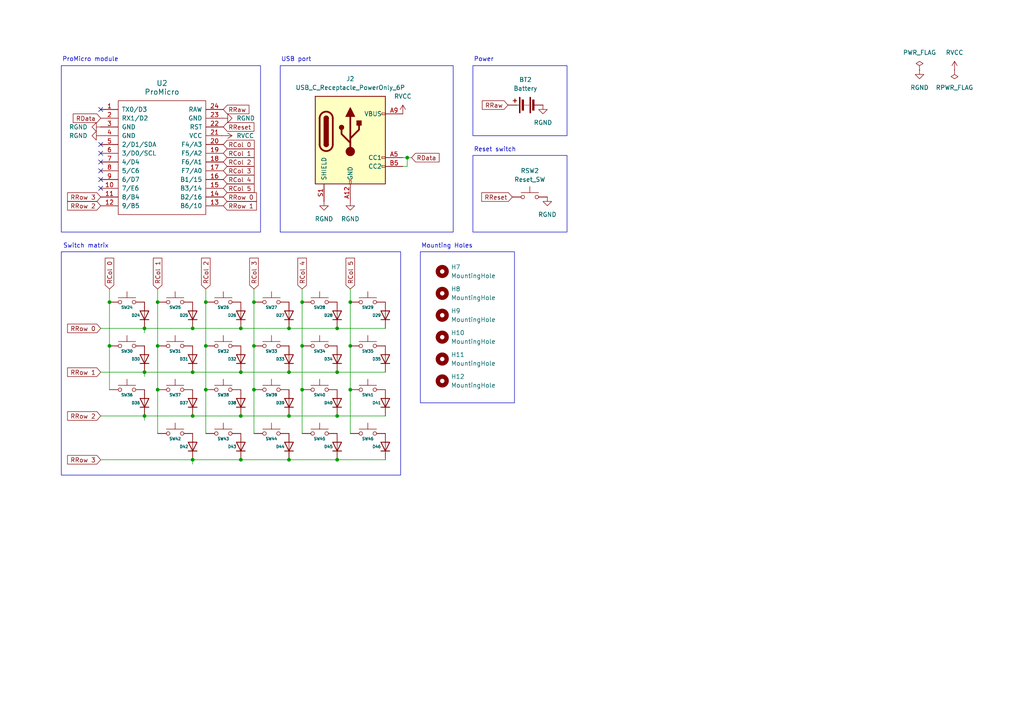
<source format=kicad_sch>
(kicad_sch (version 20231120) (generator "eeschema") (generator_version "8.0")
  (paper "A4")
  (lib_symbols
    (symbol "Connector:USB_C_Receptacle_PowerOnly_6P" (pin_names (offset 1.016))
      (property "Reference" "J" (at 0 16.51 0))
      (property "Value" "USB_C_Receptacle_PowerOnly_6P" (at 0 13.97 0))
      (symbol "USB_C_Receptacle_PowerOnly_6P_0_0"
        (rectangle (start -0.254 -12.7) (end 0.254 -11.684))
        (rectangle (start 10.16 -7.366) (end 9.144 -7.874))
        (rectangle (start 10.16 -4.826) (end 9.144 -5.334))
        (rectangle (start 10.16 7.874) (end 9.144 7.366))
      )
      (symbol "USB_C_Receptacle_PowerOnly_6P_0_1"
        (rectangle (start -10.16 12.7) (end 10.16 -12.7) (stroke (width 0.254)) (fill (type background)))
        (arc (start -8.89 -1.27) (mid -6.985 -3.1667) (end -5.08 -1.27) (stroke (width 0.508)))
        (arc (start -7.62 -1.27) (mid -6.985 -1.9023) (end -6.35 -1.27) (stroke (width 0.254)))
        (arc (start -7.62 -1.27) (mid -6.985 -1.9023) (end -6.35 -1.27) (stroke (width 0.254)) (fill (type outline)))
        (rectangle (start -7.62 -1.27) (end -6.35 6.35) (stroke (width 0.254)) (fill (type outline)))
        (arc (start -6.35 6.35) (mid -6.985 6.9823) (end -7.62 6.35) (stroke (width 0.254)))
        (arc (start -6.35 6.35) (mid -6.985 6.9823) (end -7.62 6.35) (stroke (width 0.254)) (fill (type outline)))
        (arc (start -5.08 6.35) (mid -6.985 8.2467) (end -8.89 6.35) (stroke (width 0.508)))
        (circle (center -2.54 3.683) (radius 0.635) (stroke (width 0.254)) (fill (type outline)))
        (circle (center 0 -3.302) (radius 1.27) (fill (type outline)))
        (polyline (pts (xy -8.89 -1.27) (xy -8.89 6.35)) (stroke (width 0.508)))
        (polyline (pts (xy -5.08 6.35) (xy -5.08 -1.27)) (stroke (width 0.508)))
        (polyline (pts (xy 0 -3.302) (xy 0 6.858)) (stroke (width 0.508)))
        (polyline (pts (xy 0 -0.762) (xy -2.54 1.778) (xy -2.54 3.048)) (stroke (width 0.508)))
        (polyline (pts (xy 0 0.508) (xy 2.54 3.048) (xy 2.54 4.318)) (stroke (width 0.508)))
        (polyline (pts (xy -1.27 6.858) (xy 0 9.398) (xy 1.27 6.858) (xy -1.27 6.858)) (stroke (width 0.254)) (fill (type outline)))
        (rectangle (start 1.905 4.318) (end 3.175 5.588) (stroke (width 0.254)) (fill (type outline)))
      )
      (symbol "USB_C_Receptacle_PowerOnly_6P_1_1"
        (pin passive line (at 0 -17.78 90) (length 5.08) (name "GND") (number "A12"))
        (pin bidirectional line (at 15.24 -5.08 180) (length 5.08) (name "CC1") (number "A5"))
        (pin passive line (at 15.24 7.62 180) (length 5.08) (name "VBUS") (number "A9"))
        (pin passive line (at 0 -17.78 90) (length 5.08) hide (name "GND") (number "B12"))
        (pin bidirectional line (at 15.24 -7.62 180) (length 5.08) (name "CC2") (number "B5"))
        (pin passive line (at 15.24 7.62 180) (length 5.08) hide (name "VBUS") (number "B9"))
        (pin passive line (at -7.62 -17.78 90) (length 5.08) (name "SHIELD") (number "S1"))
      )
    )
    (symbol "Device:Battery" (pin_numbers hide) (pin_names (offset 0) hide)
      (property "Reference" "BT" (at 2.54 2.54 0))
      (property "Value" "Battery" (at 2.54 0 0))
      (symbol "Battery_0_1"
        (rectangle (start -2.286 -1.27) (end 2.286 -1.524) (fill (type outline)))
        (rectangle (start -2.286 1.778) (end 2.286 1.524) (fill (type outline)))
        (rectangle (start -1.524 -2.032) (end 1.524 -2.54) (fill (type outline)))
        (rectangle (start -1.524 1.016) (end 1.524 0.508) (fill (type outline)))
        (polyline (pts (xy 0 -1.016) (xy 0 -0.762)))
        (polyline (pts (xy 0 -0.508) (xy 0 -0.254)))
        (polyline (pts (xy 0 0) (xy 0 0.254)))
        (polyline (pts (xy 0 1.778) (xy 0 2.54)))
        (polyline (pts (xy 0.762 3.048) (xy 1.778 3.048)) (stroke (width 0.254)))
        (polyline (pts (xy 1.27 3.556) (xy 1.27 2.54)) (stroke (width 0.254)))
      )
      (symbol "Battery_1_1"
        (pin passive line (at 0 5.08 270) (length 2.54) (name "+") (number "1"))
        (pin passive line (at 0 -5.08 90) (length 2.54) (name "-") (number "2"))
      )
    )
    (symbol "Device:D" (pin_numbers hide) (pin_names (offset 1.016) hide)
      (property "Reference" "D" (at 0 2.54 0))
      (property "Value" "D" (at 0 -2.54 0))
      (symbol "D_0_1"
        (polyline (pts (xy -1.27 1.27) (xy -1.27 -1.27)) (stroke (width 0.254)))
        (polyline (pts (xy 1.27 0) (xy -1.27 0)))
        (polyline (pts (xy 1.27 1.27) (xy 1.27 -1.27) (xy -1.27 0) (xy 1.27 1.27)) (stroke (width 0.254)))
      )
      (symbol "D_1_1"
        (pin passive line (at -3.81 0 0) (length 2.54) (name "K") (number "1"))
        (pin passive line (at 3.81 0 180) (length 2.54) (name "A") (number "2"))
      )
    )
    (symbol "Mechanical:MountingHole" (pin_names (offset 1.016)) (exclude_from_sim yes) (in_bom no)
      (property "Reference" "H" (at 0 5.08 0))
      (property "Value" "MountingHole" (at 0 3.175 0))
      (symbol "MountingHole_0_1"
        (circle (center 0 0) (radius 1.27) (stroke (width 1.27)))
      )
    )
    (symbol "Switch:SW_Push" (pin_numbers hide) (pin_names (offset 1.016) hide)
      (property "Reference" "SW" (at 1.27 2.54 0))
      (property "Value" "SW_Push" (at 0 -1.524 0))
      (symbol "SW_Push_0_1"
        (circle (center -2.032 0) (radius 0.508))
        (polyline (pts (xy 0 1.27) (xy 0 3.048)))
        (polyline (pts (xy 2.54 1.27) (xy -2.54 1.27)))
        (circle (center 2.032 0) (radius 0.508))
        (pin passive line (at -5.08 0 0) (length 2.54) (name "1") (number "1"))
        (pin passive line (at 5.08 0 180) (length 2.54) (name "2") (number "2"))
      )
    )
    (symbol "kbd:ProMicro" (pin_names (offset 1.016))
      (property "Reference" "U" (at 0 19.05 0))
      (property "Value" "ProMicro" (at 0 -19.05 0))
      (symbol "ProMicro_0_1"
        (rectangle (start -12.7 16.51) (end 12.7 -16.51))
      )
      (symbol "ProMicro_1_1"
        (pin bidirectional line (at -17.78 13.97 0) (length 5.08) (name "TX0/D3") (number "1"))
        (pin bidirectional line (at -17.78 -8.89 0) (length 5.08) (name "7/E6") (number "10"))
        (pin bidirectional line (at -17.78 -11.43 0) (length 5.08) (name "8/B4") (number "11"))
        (pin bidirectional line (at -17.78 -13.97 0) (length 5.08) (name "9/B5") (number "12"))
        (pin bidirectional line (at 17.78 -13.97 180) (length 5.08) (name "B6/10") (number "13"))
        (pin bidirectional line (at 17.78 -11.43 180) (length 5.08) (name "B2/16") (number "14"))
        (pin bidirectional line (at 17.78 -8.89 180) (length 5.08) (name "B3/14") (number "15"))
        (pin bidirectional line (at 17.78 -6.35 180) (length 5.08) (name "B1/15") (number "16"))
        (pin bidirectional line (at 17.78 -3.81 180) (length 5.08) (name "F7/A0") (number "17"))
        (pin bidirectional line (at 17.78 -1.27 180) (length 5.08) (name "F6/A1") (number "18"))
        (pin bidirectional line (at 17.78 1.27 180) (length 5.08) (name "F5/A2") (number "19"))
        (pin bidirectional line (at -17.78 11.43 0) (length 5.08) (name "RX1/D2") (number "2"))
        (pin bidirectional line (at 17.78 3.81 180) (length 5.08) (name "F4/A3") (number "20"))
        (pin power_in line (at 17.78 6.35 180) (length 5.08) (name "VCC") (number "21"))
        (pin input line (at 17.78 8.89 180) (length 5.08) (name "RST") (number "22"))
        (pin power_in line (at 17.78 11.43 180) (length 5.08) (name "GND") (number "23"))
        (pin power_out line (at 17.78 13.97 180) (length 5.08) (name "RAW") (number "24"))
        (pin power_in line (at -17.78 8.89 0) (length 5.08) (name "GND") (number "3"))
        (pin power_in line (at -17.78 6.35 0) (length 5.08) (name "GND") (number "4"))
        (pin bidirectional line (at -17.78 3.81 0) (length 5.08) (name "2/D1/SDA") (number "5"))
        (pin bidirectional line (at -17.78 1.27 0) (length 5.08) (name "3/D0/SCL") (number "6"))
        (pin bidirectional line (at -17.78 -1.27 0) (length 5.08) (name "4/D4") (number "7"))
        (pin bidirectional line (at -17.78 -3.81 0) (length 5.08) (name "5/C6") (number "8"))
        (pin bidirectional line (at -17.78 -6.35 0) (length 5.08) (name "6/D7") (number "9"))
      )
    )
    (symbol "power:GND" (power) (pin_numbers hide) (pin_names (offset 0) hide)
      (property "Value" "GND" (at 0 -3.81 0))
      (symbol "GND_0_1"
        (polyline (pts (xy 0 0) (xy 0 -1.27) (xy 1.27 -1.27) (xy 0 -2.54) (xy -1.27 -1.27) (xy 0 -1.27)))
      )
      (symbol "GND_1_1"
        (pin power_in line (at 0 0 270) (length 0) (name "~") (number "1"))
      )
    )
    (symbol "power:PWR_FLAG" (power) (pin_numbers hide) (pin_names (offset 0) hide)
      (property "Value" "PWR_FLAG" (at 0 3.81 0))
      (symbol "PWR_FLAG_0_0"
        (pin power_out line (at 0 0 90) (length 0) (name "~") (number "1"))
      )
      (symbol "PWR_FLAG_0_1"
        (polyline (pts (xy 0 0) (xy 0 1.27) (xy -1.016 1.905) (xy 0 2.54) (xy 1.016 1.905) (xy 0 1.27)))
      )
    )
    (symbol "power:VCC" (power) (pin_numbers hide) (pin_names (offset 0) hide)
      (property "Value" "VCC" (at 0 3.556 0))
      (symbol "VCC_0_1"
        (polyline (pts (xy -0.762 1.27) (xy 0 2.54)))
        (polyline (pts (xy 0 0) (xy 0 2.54)))
        (polyline (pts (xy 0 2.54) (xy 0.762 1.27)))
      )
      (symbol "VCC_1_1"
        (pin power_in line (at 0 0 90) (length 0) (name "~") (number "1"))
      )
    )
  )
  (junction (at 83.82 95.25))
  (junction (at 101.6 100.33))
  (junction (at 45.72 87.63))
  (junction (at 83.82 120.65))
  (junction (at 73.66 100.33))
  (junction (at 55.88 120.65))
  (junction (at 31.75 100.33))
  (junction (at 69.85 107.95))
  (junction (at 97.79 107.95))
  (junction (at 97.79 120.65))
  (junction (at 31.75 87.63))
  (junction (at 59.69 87.63))
  (junction (at 45.72 113.03))
  (junction (at 101.6 113.03))
  (junction (at 55.88 107.95))
  (junction (at 55.88 95.25))
  (junction (at 41.91 95.25))
  (junction (at 59.69 100.33))
  (junction (at 73.66 87.63))
  (junction (at 41.91 120.65))
  (junction (at 69.85 133.35))
  (junction (at 55.88 133.35))
  (junction (at 73.66 113.03))
  (junction (at 45.72 100.33))
  (junction (at 97.79 133.35))
  (junction (at 83.82 133.35))
  (junction (at 83.82 107.95))
  (junction (at 69.85 95.25))
  (junction (at 87.63 113.03))
  (junction (at 41.91 107.95))
  (junction (at 118.11 45.72))
  (junction (at 87.63 100.33))
  (junction (at 97.79 95.25))
  (junction (at 69.85 120.65))
  (junction (at 59.69 113.03))
  (junction (at 101.6 87.63))
  (junction (at 87.63 87.63))
  (no_connect (at 29.21 52.07))
  (no_connect (at 29.21 31.75))
  (no_connect (at 29.21 41.91))
  (no_connect (at 29.21 54.61))
  (no_connect (at 29.21 44.45))
  (no_connect (at 29.21 46.99))
  (no_connect (at 29.21 49.53))
  (wire (pts (xy 31.75 83.82) (xy 31.75 87.63)))
  (wire (pts (xy 59.69 83.82) (xy 59.69 87.63)))
  (wire (pts (xy 55.88 133.35) (xy 55.88 134.62)))
  (wire (pts (xy 97.79 120.65) (xy 111.76 120.65)))
  (wire (pts (xy 55.88 95.25) (xy 69.85 95.25)))
  (wire (pts (xy 55.88 120.65) (xy 69.85 120.65)))
  (wire (pts (xy 41.91 95.25) (xy 41.91 96.52)))
  (wire (pts (xy 45.72 87.63) (xy 45.72 100.33)))
  (wire (pts (xy 87.63 83.82) (xy 87.63 87.63)))
  (wire (pts (xy 41.91 107.95) (xy 55.88 107.95)))
  (wire (pts (xy 101.6 113.03) (xy 101.6 125.73)))
  (wire (pts (xy 101.6 83.82) (xy 101.6 87.63)))
  (wire (pts (xy 29.21 95.25) (xy 41.91 95.25)))
  (wire (pts (xy 83.82 107.95) (xy 97.79 107.95)))
  (wire (pts (xy 59.69 87.63) (xy 59.69 100.33)))
  (wire (pts (xy 118.11 45.72) (xy 118.11 48.26)))
  (wire (pts (xy 69.85 120.65) (xy 83.82 120.65)))
  (wire (pts (xy 41.91 120.65) (xy 55.88 120.65)))
  (wire (pts (xy 69.85 95.25) (xy 83.82 95.25)))
  (wire (pts (xy 97.79 95.25) (xy 111.76 95.25)))
  (wire (pts (xy 97.79 107.95) (xy 111.76 107.95)))
  (wire (pts (xy 101.6 100.33) (xy 101.6 113.03)))
  (wire (pts (xy 55.88 133.35) (xy 69.85 133.35)))
  (wire (pts (xy 101.6 87.63) (xy 101.6 100.33)))
  (wire (pts (xy 29.21 133.35) (xy 55.88 133.35)))
  (wire (pts (xy 69.85 133.35) (xy 83.82 133.35)))
  (wire (pts (xy 55.88 107.95) (xy 69.85 107.95)))
  (wire (pts (xy 45.72 100.33) (xy 45.72 113.03)))
  (wire (pts (xy 41.91 120.65) (xy 41.91 121.92)))
  (wire (pts (xy 69.85 107.95) (xy 83.82 107.95)))
  (wire (pts (xy 73.66 83.82) (xy 73.66 87.63)))
  (wire (pts (xy 45.72 83.82) (xy 45.72 87.63)))
  (wire (pts (xy 41.91 107.95) (xy 41.91 109.22)))
  (wire (pts (xy 41.91 95.25) (xy 55.88 95.25)))
  (wire (pts (xy 31.75 87.63) (xy 31.75 100.33)))
  (wire (pts (xy 83.82 95.25) (xy 97.79 95.25)))
  (wire (pts (xy 118.11 45.72) (xy 119.38 45.72)))
  (wire (pts (xy 116.84 48.26) (xy 118.11 48.26)))
  (wire (pts (xy 87.63 87.63) (xy 87.63 100.33)))
  (wire (pts (xy 73.66 113.03) (xy 73.66 125.73)))
  (wire (pts (xy 87.63 100.33) (xy 87.63 113.03)))
  (wire (pts (xy 59.69 113.03) (xy 59.69 125.73)))
  (wire (pts (xy 83.82 120.65) (xy 97.79 120.65)))
  (wire (pts (xy 97.79 133.35) (xy 111.76 133.35)))
  (wire (pts (xy 73.66 87.63) (xy 73.66 100.33)))
  (wire (pts (xy 31.75 100.33) (xy 31.75 113.03)))
  (wire (pts (xy 87.63 113.03) (xy 87.63 125.73)))
  (wire (pts (xy 45.72 113.03) (xy 45.72 125.73)))
  (wire (pts (xy 116.84 45.72) (xy 118.11 45.72)))
  (wire (pts (xy 83.82 133.35) (xy 97.79 133.35)))
  (wire (pts (xy 59.69 100.33) (xy 59.69 113.03)))
  (wire (pts (xy 29.21 107.95) (xy 41.91 107.95)))
  (wire (pts (xy 73.66 100.33) (xy 73.66 113.03)))
  (wire (pts (xy 29.21 120.65) (xy 41.91 120.65)))
  (rectangle (start 17.78 19.05) (end 75.565 67.31))
  (rectangle (start 137.16 19.05) (end 164.465 39.37))
  (rectangle (start 81.28 19.05) (end 131.445 67.31))
  (rectangle (start 137.16 45.085) (end 164.465 67.31))
  (rectangle (start 121.92 73.025) (end 149.225 116.84))
  (rectangle (start 17.78 73.025) (end 116.205 137.795))
  (text "Switch matrix" (at 18.288 72.136 0) (effects (font (size 1.27 1.27)) (justify left bottom)))
  (text "Mounting Holes" (at 122.174 72.136 0) (effects (font (size 1.27 1.27)) (justify left bottom)))
  (text "USB port" (at 81.534 18.034 0) (effects (font (size 1.27 1.27)) (justify left bottom)))
  (text "Power" (at 137.414 18.034 0) (effects (font (size 1.27 1.27)) (justify left bottom)))
  (text "ProMicro module" (at 18.034 18.034 0) (effects (font (size 1.27 1.27)) (justify left bottom)))
  (text "Reset switch" (at 137.414 44.196 0) (effects (font (size 1.27 1.27)) (justify left bottom)))
  (global_label "RData" (shape input) (at 119.38 45.72 0) (property "Intersheetrefs" "${INTERSHEET_REFS}" (effects (hide yes))))
  (global_label "RCol 0" (shape input) (at 64.77 41.91 0) (property "Intersheetrefs" "${INTERSHEET_REFS}" (effects (hide yes))))
  (global_label "RCol 1" (shape input) (at 64.77 44.45 0) (property "Intersheetrefs" "${INTERSHEET_REFS}" (effects (hide yes))))
  (global_label "RReset" (shape input) (at 148.59 57.15 180) (property "Intersheetrefs" "${INTERSHEET_REFS}" (effects (hide yes))))
  (global_label "RCol 2" (shape input) (at 64.77 46.99 0) (property "Intersheetrefs" "${INTERSHEET_REFS}" (effects (hide yes))))
  (global_label "RReset" (shape input) (at 64.77 36.83 0) (property "Intersheetrefs" "${INTERSHEET_REFS}" (effects (hide yes))))
  (global_label "RRow 3" (shape input) (at 29.21 57.15 180) (property "Intersheetrefs" "${INTERSHEET_REFS}" (effects (hide yes))))
  (global_label "RRow 0" (shape input) (at 29.21 95.25 180) (property "Intersheetrefs" "${INTERSHEET_REFS}" (effects (hide yes))))
  (global_label "RRaw" (shape input) (at 147.32 30.48 180) (property "Intersheetrefs" "${INTERSHEET_REFS}" (effects (hide yes))))
  (global_label "RCol 5" (shape input) (at 101.6 83.82 90) (property "Intersheetrefs" "${INTERSHEET_REFS}" (effects (hide yes))))
  (global_label "RCol 2" (shape input) (at 59.69 83.82 90) (property "Intersheetrefs" "${INTERSHEET_REFS}" (effects (hide yes))))
  (global_label "RData" (shape input) (at 29.21 34.29 180) (property "Intersheetrefs" "${INTERSHEET_REFS}" (effects (hide yes))))
  (global_label "RRow 2" (shape input) (at 29.21 120.65 180) (property "Intersheetrefs" "${INTERSHEET_REFS}" (effects (hide yes))))
  (global_label "RCol 1" (shape input) (at 45.72 83.82 90) (property "Intersheetrefs" "${INTERSHEET_REFS}" (effects (hide yes))))
  (global_label "RCol 3" (shape input) (at 73.66 83.82 90) (property "Intersheetrefs" "${INTERSHEET_REFS}" (effects (hide yes))))
  (global_label "RCol 3" (shape input) (at 64.77 49.53 0) (property "Intersheetrefs" "${INTERSHEET_REFS}" (effects (hide yes))))
  (global_label "RRow 3" (shape input) (at 29.21 133.35 180) (property "Intersheetrefs" "${INTERSHEET_REFS}" (effects (hide yes))))
  (global_label "RRow 1" (shape input) (at 29.21 107.95 180) (property "Intersheetrefs" "${INTERSHEET_REFS}" (effects (hide yes))))
  (global_label "RCol 4" (shape input) (at 64.77 52.07 0) (property "Intersheetrefs" "${INTERSHEET_REFS}" (effects (hide yes))))
  (global_label "RRow 1" (shape input) (at 64.77 59.69 0) (property "Intersheetrefs" "${INTERSHEET_REFS}" (effects (hide yes))))
  (global_label "RCol 5" (shape input) (at 64.77 54.61 0) (property "Intersheetrefs" "${INTERSHEET_REFS}" (effects (hide yes))))
  (global_label "RCol 4" (shape input) (at 87.63 83.82 90) (property "Intersheetrefs" "${INTERSHEET_REFS}" (effects (hide yes))))
  (global_label "RRaw" (shape input) (at 64.77 31.75 0) (property "Intersheetrefs" "${INTERSHEET_REFS}" (effects (hide yes))))
  (global_label "RRow 2" (shape input) (at 29.21 59.69 180) (property "Intersheetrefs" "${INTERSHEET_REFS}" (effects (hide yes))))
  (global_label "RCol 0" (shape input) (at 31.75 83.82 90) (property "Intersheetrefs" "${INTERSHEET_REFS}" (effects (hide yes))))
  (global_label "RRow 0" (shape input) (at 64.77 57.15 0) (property "Intersheetrefs" "${INTERSHEET_REFS}" (effects (hide yes))))
  (symbol (lib_id "Switch:SW_Push") (at 64.77 125.73 0) (unit 1)
    (property "Reference" "SW43" (at 64.77 127.254 0) (effects (font (size 0.8128 0.8128))))
    (property "Value" "SW_Push" (effects (hide yes)))
    (property "Footprint" "axseem:SW_MX_Choc-v1v2_Hotswap" (effects (hide yes)))
    (property "Description" "Push button switch, generic, two pins" (effects (hide yes)))
  )
  (symbol (lib_id "Connector:USB_C_Receptacle_PowerOnly_6P") (at 101.6 40.64 0) (unit 1)
    (property "Reference" "J2" (at 101.6 22.86 0))
    (property "Value" "USB_C_Receptacle_PowerOnly_6P" (at 101.6 25.4 0))
    (property "Footprint" "axseem:USB-C_6Pin_Mid-mount" (effects (hide yes)))
    (property "Datasheet" "https://www.usb.org/sites/default/files/documents/usb_type-c.zip" (effects (hide yes)))
    (property "Description" "USB Power-Only 6P Type-C Receptacle connector" (effects (hide yes)))
  )
  (symbol (lib_id "Switch:SW_Push") (at 36.83 87.63 0) (unit 1)
    (property "Reference" "SW24" (at 36.83 89.154 0) (effects (font (size 0.8128 0.8128))))
    (property "Value" "SW_Push" (effects (hide yes)))
    (property "Footprint" "axseem:SW_MX_Choc-v1v2_Hotswap" (effects (hide yes)))
    (property "Description" "Push button switch, generic, two pins" (effects (hide yes)))
  )
  (symbol (lib_id "Switch:SW_Push") (at 36.83 100.33 0) (unit 1)
    (property "Reference" "SW30" (at 36.83 101.854 0) (effects (font (size 0.8128 0.8128))))
    (property "Value" "SW_Push" (effects (hide yes)))
    (property "Footprint" "axseem:SW_MX_Choc-v1v2_Hotswap" (effects (hide yes)))
    (property "Description" "Push button switch, generic, two pins" (effects (hide yes)))
  )
  (symbol (lib_id "Mechanical:MountingHole") (at 128.27 104.14 0) (unit 1) (exclude_from_sim yes) (in_bom no)
    (property "Reference" "H11" (at 130.81 102.8699 0) (effects (justify left)))
    (property "Value" "MountingHole" (at 130.81 105.4099 0) (effects (justify left)))
    (property "Footprint" "MountingHole:MountingHole_2.2mm_M2" (effects (hide yes)))
    (property "Description" "Mounting Hole without connection" (effects (hide yes)))
  )
  (symbol (lib_id "Switch:SW_Push") (at 64.77 87.63 0) (unit 1)
    (property "Reference" "SW26" (at 64.77 89.154 0) (effects (font (size 0.8128 0.8128))))
    (property "Value" "SW_Push" (effects (hide yes)))
    (property "Footprint" "axseem:SW_MX_Choc-v1v2_Hotswap" (effects (hide yes)))
    (property "Description" "Push button switch, generic, two pins" (effects (hide yes)))
  )
  (symbol (lib_id "power:VCC") (at 64.77 39.37 270) (unit 1)
    (property "Reference" "#PWR019" (effects (hide yes)))
    (property "Value" "RVCC" (at 68.58 39.3699 90) (effects (justify left)))
    (property "Description" "Power symbol creates a global label with name \"VCC\"" (effects (hide yes)))
  )
  (symbol (lib_id "Device:D") (at 97.79 129.54 90) (unit 1)
    (property "Reference" "D45" (at 96.52 129.54 90) (effects (font (size 0.8128 0.8128)) (justify left)))
    (property "Value" "D" (effects (hide yes)))
    (property "Footprint" "axseem:D_SOD-123_Handsoldering" (effects (hide yes)))
    (property "Description" "Diode" (effects (hide yes)))
    (property "Sim.Device" "D" (effects (hide yes)))
    (property "Sim.Pins" "1=K 2=A" (effects (hide yes)))
  )
  (symbol (lib_id "Switch:SW_Push") (at 78.74 113.03 0) (unit 1)
    (property "Reference" "SW39" (at 78.74 114.554 0) (effects (font (size 0.8128 0.8128))))
    (property "Value" "SW_Push" (effects (hide yes)))
    (property "Footprint" "axseem:SW_MX_Choc-v1v2_Hotswap" (effects (hide yes)))
    (property "Description" "Push button switch, generic, two pins" (effects (hide yes)))
  )
  (symbol (lib_id "Switch:SW_Push") (at 92.71 100.33 0) (unit 1)
    (property "Reference" "SW34" (at 92.71 101.854 0) (effects (font (size 0.8128 0.8128))))
    (property "Value" "SW_Push" (effects (hide yes)))
    (property "Footprint" "axseem:SW_MX_Choc-v1v2_Hotswap" (effects (hide yes)))
    (property "Description" "Push button switch, generic, two pins" (effects (hide yes)))
  )
  (symbol (lib_id "Device:D") (at 55.88 104.14 90) (unit 1)
    (property "Reference" "D31" (at 54.61 104.14 90) (effects (font (size 0.8128 0.8128)) (justify left)))
    (property "Value" "D" (effects (hide yes)))
    (property "Footprint" "axseem:D_SOD-123_Handsoldering" (effects (hide yes)))
    (property "Description" "Diode" (effects (hide yes)))
    (property "Sim.Device" "D" (effects (hide yes)))
    (property "Sim.Pins" "1=K 2=A" (effects (hide yes)))
  )
  (symbol (lib_id "Switch:SW_Push") (at 78.74 125.73 0) (unit 1)
    (property "Reference" "SW44" (at 78.74 127.254 0) (effects (font (size 0.8128 0.8128))))
    (property "Value" "SW_Push" (effects (hide yes)))
    (property "Footprint" "axseem:SW_MX_Choc-v1v2_Hotswap" (effects (hide yes)))
    (property "Description" "Push button switch, generic, two pins" (effects (hide yes)))
  )
  (symbol (lib_id "Switch:SW_Push") (at 78.74 100.33 0) (unit 1)
    (property "Reference" "SW33" (at 78.74 101.854 0) (effects (font (size 0.8128 0.8128))))
    (property "Value" "SW_Push" (effects (hide yes)))
    (property "Footprint" "axseem:SW_MX_Choc-v1v2_Hotswap" (effects (hide yes)))
    (property "Description" "Push button switch, generic, two pins" (effects (hide yes)))
  )
  (symbol (lib_id "Device:D") (at 41.91 91.44 90) (unit 1)
    (property "Reference" "D24" (at 40.64 91.44 90) (effects (font (size 0.8128 0.8128)) (justify left)))
    (property "Value" "D" (effects (hide yes)))
    (property "Footprint" "axseem:D_SOD-123_Handsoldering" (effects (hide yes)))
    (property "Description" "Diode" (effects (hide yes)))
    (property "Sim.Device" "D" (effects (hide yes)))
    (property "Sim.Pins" "1=K 2=A" (effects (hide yes)))
  )
  (symbol (lib_id "power:GND") (at 29.21 39.37 270) (unit 1)
    (property "Reference" "#PWR018" (effects (hide yes)))
    (property "Value" "RGND" (at 25.4 39.3699 90) (effects (justify right)))
    (property "Description" "Power symbol creates a global label with name \"GND\" , ground" (effects (hide yes)))
  )
  (symbol (lib_id "Mechanical:MountingHole") (at 128.27 91.44 0) (unit 1) (exclude_from_sim yes) (in_bom no)
    (property "Reference" "H9" (at 130.81 90.1699 0) (effects (justify left)))
    (property "Value" "MountingHole" (at 130.81 92.7099 0) (effects (justify left)))
    (property "Footprint" "MountingHole:MountingHole_2.2mm_M2" (effects (hide yes)))
    (property "Description" "Mounting Hole without connection" (effects (hide yes)))
  )
  (symbol (lib_id "power:PWR_FLAG") (at 276.86 20.32 180) (unit 1)
    (property "Reference" "#FLG04" (effects (hide yes)))
    (property "Value" "RPWR_FLAG" (at 276.86 25.4 0))
    (property "Description" "Special symbol for telling ERC where power comes from" (effects (hide yes)))
  )
  (symbol (lib_id "power:GND") (at 64.77 34.29 90) (unit 1)
    (property "Reference" "#PWR016" (effects (hide yes)))
    (property "Value" "RGND" (at 68.58 34.2899 90) (effects (justify right)))
    (property "Description" "Power symbol creates a global label with name \"GND\" , ground" (effects (hide yes)))
  )
  (symbol (lib_id "Device:D") (at 111.76 104.14 90) (unit 1)
    (property "Reference" "D35" (at 110.49 104.14 90) (effects (font (size 0.8128 0.8128)) (justify left)))
    (property "Value" "D" (effects (hide yes)))
    (property "Footprint" "axseem:D_SOD-123_Handsoldering" (effects (hide yes)))
    (property "Description" "Diode" (effects (hide yes)))
    (property "Sim.Device" "D" (effects (hide yes)))
    (property "Sim.Pins" "1=K 2=A" (effects (hide yes)))
  )
  (symbol (lib_id "Device:D") (at 111.76 116.84 90) (unit 1)
    (property "Reference" "D41" (at 110.49 116.84 90) (effects (font (size 0.8128 0.8128)) (justify left)))
    (property "Value" "D" (effects (hide yes)))
    (property "Footprint" "axseem:D_SOD-123_Handsoldering" (effects (hide yes)))
    (property "Description" "Diode" (effects (hide yes)))
    (property "Sim.Device" "D" (effects (hide yes)))
    (property "Sim.Pins" "1=K 2=A" (effects (hide yes)))
  )
  (symbol (lib_id "power:GND") (at 157.48 30.48 0) (unit 1)
    (property "Reference" "#PWR014" (effects (hide yes)))
    (property "Value" "RGND" (at 157.48 35.56 0))
    (property "Description" "Power symbol creates a global label with name \"GND\" , ground" (effects (hide yes)))
  )
  (symbol (lib_id "Device:D") (at 55.88 116.84 90) (unit 1)
    (property "Reference" "D37" (at 54.61 116.84 90) (effects (font (size 0.8128 0.8128)) (justify left)))
    (property "Value" "D" (effects (hide yes)))
    (property "Footprint" "axseem:D_SOD-123_Handsoldering" (effects (hide yes)))
    (property "Description" "Diode" (effects (hide yes)))
    (property "Sim.Device" "D" (effects (hide yes)))
    (property "Sim.Pins" "1=K 2=A" (effects (hide yes)))
  )
  (symbol (lib_id "Device:D") (at 55.88 91.44 90) (unit 1)
    (property "Reference" "D25" (at 54.61 91.44 90) (effects (font (size 0.8128 0.8128)) (justify left)))
    (property "Value" "D" (effects (hide yes)))
    (property "Footprint" "axseem:D_SOD-123_Handsoldering" (effects (hide yes)))
    (property "Description" "Diode" (effects (hide yes)))
    (property "Sim.Device" "D" (effects (hide yes)))
    (property "Sim.Pins" "1=K 2=A" (effects (hide yes)))
  )
  (symbol (lib_id "power:VCC") (at 116.84 33.02 0) (unit 1)
    (property "Reference" "#PWR015" (effects (hide yes)))
    (property "Value" "RVCC" (at 116.84 27.94 0))
    (property "Description" "Power symbol creates a global label with name \"VCC\"" (effects (hide yes)))
  )
  (symbol (lib_id "Device:D") (at 69.85 104.14 90) (unit 1)
    (property "Reference" "D32" (at 68.58 104.14 90) (effects (font (size 0.8128 0.8128)) (justify left)))
    (property "Value" "D" (effects (hide yes)))
    (property "Footprint" "axseem:D_SOD-123_Handsoldering" (effects (hide yes)))
    (property "Description" "Diode" (effects (hide yes)))
    (property "Sim.Device" "D" (effects (hide yes)))
    (property "Sim.Pins" "1=K 2=A" (effects (hide yes)))
  )
  (symbol (lib_id "Device:D") (at 83.82 91.44 90) (unit 1)
    (property "Reference" "D27" (at 82.55 91.44 90) (effects (font (size 0.8128 0.8128)) (justify left)))
    (property "Value" "D" (effects (hide yes)))
    (property "Footprint" "axseem:D_SOD-123_Handsoldering" (effects (hide yes)))
    (property "Description" "Diode" (effects (hide yes)))
    (property "Sim.Device" "D" (effects (hide yes)))
    (property "Sim.Pins" "1=K 2=A" (effects (hide yes)))
  )
  (symbol (lib_id "Switch:SW_Push") (at 92.71 87.63 0) (unit 1)
    (property "Reference" "SW28" (at 92.71 89.154 0) (effects (font (size 0.8128 0.8128))))
    (property "Value" "SW_Push" (effects (hide yes)))
    (property "Footprint" "axseem:SW_MX_Choc-v1v2_Hotswap" (effects (hide yes)))
    (property "Description" "Push button switch, generic, two pins" (effects (hide yes)))
  )
  (symbol (lib_id "Device:Battery") (at 152.4 30.48 90) (unit 1)
    (property "Reference" "BT2" (at 152.4 23.114 90))
    (property "Value" "Battery" (at 152.4 25.654 90))
    (property "Footprint" "axseem:JST_1.25mm_mid-mount" (effects (hide yes)))
    (property "Description" "Multiple-cell battery" (effects (hide yes)))
  )
  (symbol (lib_id "Device:D") (at 69.85 129.54 90) (unit 1)
    (property "Reference" "D43" (at 68.58 129.54 90) (effects (font (size 0.8128 0.8128)) (justify left)))
    (property "Value" "D" (effects (hide yes)))
    (property "Footprint" "axseem:D_SOD-123_Handsoldering" (effects (hide yes)))
    (property "Description" "Diode" (effects (hide yes)))
    (property "Sim.Device" "D" (effects (hide yes)))
    (property "Sim.Pins" "1=K 2=A" (effects (hide yes)))
  )
  (symbol (lib_id "power:GND") (at 158.75 57.15 0) (unit 1)
    (property "Reference" "#PWR020" (effects (hide yes)))
    (property "Value" "RGND" (at 158.75 62.23 0))
    (property "Description" "Power symbol creates a global label with name \"GND\" , ground" (effects (hide yes)))
  )
  (symbol (lib_id "Device:D") (at 55.88 129.54 90) (unit 1)
    (property "Reference" "D42" (at 54.61 129.54 90) (effects (font (size 0.8128 0.8128)) (justify left)))
    (property "Value" "D" (effects (hide yes)))
    (property "Footprint" "axseem:D_SOD-123_Handsoldering" (effects (hide yes)))
    (property "Description" "Diode" (effects (hide yes)))
    (property "Sim.Device" "D" (effects (hide yes)))
    (property "Sim.Pins" "1=K 2=A" (effects (hide yes)))
  )
  (symbol (lib_id "Switch:SW_Push") (at 64.77 113.03 0) (unit 1)
    (property "Reference" "SW38" (at 64.77 114.554 0) (effects (font (size 0.8128 0.8128))))
    (property "Value" "SW_Push" (effects (hide yes)))
    (property "Footprint" "axseem:SW_MX_Choc-v1v2_Hotswap" (effects (hide yes)))
    (property "Description" "Push button switch, generic, two pins" (effects (hide yes)))
  )
  (symbol (lib_id "power:GND") (at 266.7 20.32 0) (unit 1)
    (property "Reference" "#PWR012" (effects (hide yes)))
    (property "Value" "RGND" (at 266.7 25.4 0))
    (property "Description" "Power symbol creates a global label with name \"GND\" , ground" (effects (hide yes)))
  )
  (symbol (lib_id "Mechanical:MountingHole") (at 128.27 85.09 0) (unit 1) (exclude_from_sim yes) (in_bom no)
    (property "Reference" "H8" (at 130.81 83.8199 0) (effects (justify left)))
    (property "Value" "MountingHole" (at 130.81 86.3599 0) (effects (justify left)))
    (property "Footprint" "MountingHole:MountingHole_2.2mm_M2" (effects (hide yes)))
    (property "Description" "Mounting Hole without connection" (effects (hide yes)))
  )
  (symbol (lib_id "Device:D") (at 111.76 129.54 90) (unit 1)
    (property "Reference" "D46" (at 110.49 129.54 90) (effects (font (size 0.8128 0.8128)) (justify left)))
    (property "Value" "D" (effects (hide yes)))
    (property "Footprint" "axseem:D_SOD-123_Handsoldering" (effects (hide yes)))
    (property "Description" "Diode" (effects (hide yes)))
    (property "Sim.Device" "D" (effects (hide yes)))
    (property "Sim.Pins" "1=K 2=A" (effects (hide yes)))
  )
  (symbol (lib_id "Switch:SW_Push") (at 106.68 113.03 0) (unit 1)
    (property "Reference" "SW41" (at 106.68 114.554 0) (effects (font (size 0.8128 0.8128))))
    (property "Value" "SW_Push" (effects (hide yes)))
    (property "Footprint" "axseem:SW_MX_Choc-v1v2_Hotswap" (effects (hide yes)))
    (property "Description" "Push button switch, generic, two pins" (effects (hide yes)))
  )
  (symbol (lib_id "power:PWR_FLAG") (at 266.7 20.32 0) (unit 1)
    (property "Reference" "#FLG03" (effects (hide yes)))
    (property "Value" "PWR_FLAG" (at 266.7 15.24 0))
    (property "Description" "Special symbol for telling ERC where power comes from" (effects (hide yes)))
  )
  (symbol (lib_id "Switch:SW_Push") (at 78.74 87.63 0) (unit 1)
    (property "Reference" "SW27" (at 78.74 89.154 0) (effects (font (size 0.8128 0.8128))))
    (property "Value" "SW_Push" (effects (hide yes)))
    (property "Footprint" "axseem:SW_MX_Choc-v1v2_Hotswap" (effects (hide yes)))
    (property "Description" "Push button switch, generic, two pins" (effects (hide yes)))
  )
  (symbol (lib_id "Device:D") (at 41.91 116.84 90) (unit 1)
    (property "Reference" "D36" (at 40.64 116.84 90) (effects (font (size 0.8128 0.8128)) (justify left)))
    (property "Value" "D" (effects (hide yes)))
    (property "Footprint" "axseem:D_SOD-123_Handsoldering" (effects (hide yes)))
    (property "Description" "Diode" (effects (hide yes)))
    (property "Sim.Device" "D" (effects (hide yes)))
    (property "Sim.Pins" "1=K 2=A" (effects (hide yes)))
  )
  (symbol (lib_id "Switch:SW_Push") (at 50.8 125.73 0) (unit 1)
    (property "Reference" "SW42" (at 50.8 127.254 0) (effects (font (size 0.8128 0.8128))))
    (property "Value" "SW_Push" (effects (hide yes)))
    (property "Footprint" "axseem:SW_MX_Choc-v1v2_Hotswap" (effects (hide yes)))
    (property "Description" "Push button switch, generic, two pins" (effects (hide yes)))
  )
  (symbol (lib_id "Device:D") (at 97.79 91.44 90) (unit 1)
    (property "Reference" "D28" (at 96.52 91.44 90) (effects (font (size 0.8128 0.8128)) (justify left)))
    (property "Value" "D" (effects (hide yes)))
    (property "Footprint" "axseem:D_SOD-123_Handsoldering" (effects (hide yes)))
    (property "Description" "Diode" (effects (hide yes)))
    (property "Sim.Device" "D" (effects (hide yes)))
    (property "Sim.Pins" "1=K 2=A" (effects (hide yes)))
  )
  (symbol (lib_id "Mechanical:MountingHole") (at 128.27 97.79 0) (unit 1) (exclude_from_sim yes) (in_bom no)
    (property "Reference" "H10" (at 130.81 96.5199 0) (effects (justify left)))
    (property "Value" "MountingHole" (at 130.81 99.0599 0) (effects (justify left)))
    (property "Footprint" "MountingHole:MountingHole_2.2mm_M2" (effects (hide yes)))
    (property "Description" "Mounting Hole without connection" (effects (hide yes)))
  )
  (symbol (lib_id "Switch:SW_Push") (at 50.8 87.63 0) (unit 1)
    (property "Reference" "SW25" (at 50.8 89.154 0) (effects (font (size 0.8128 0.8128))))
    (property "Value" "SW_Push" (effects (hide yes)))
    (property "Footprint" "axseem:SW_MX_Choc-v1v2_Hotswap" (effects (hide yes)))
    (property "Description" "Push button switch, generic, two pins" (effects (hide yes)))
  )
  (symbol (lib_id "Switch:SW_Push") (at 106.68 100.33 0) (unit 1)
    (property "Reference" "SW35" (at 106.68 101.854 0) (effects (font (size 0.8128 0.8128))))
    (property "Value" "SW_Push" (effects (hide yes)))
    (property "Footprint" "axseem:SW_MX_Choc-v1v2_Hotswap" (effects (hide yes)))
    (property "Description" "Push button switch, generic, two pins" (effects (hide yes)))
  )
  (symbol (lib_id "Device:D") (at 83.82 104.14 90) (unit 1)
    (property "Reference" "D33" (at 82.55 104.14 90) (effects (font (size 0.8128 0.8128)) (justify left)))
    (property "Value" "D" (effects (hide yes)))
    (property "Footprint" "axseem:D_SOD-123_Handsoldering" (effects (hide yes)))
    (property "Description" "Diode" (effects (hide yes)))
    (property "Sim.Device" "D" (effects (hide yes)))
    (property "Sim.Pins" "1=K 2=A" (effects (hide yes)))
  )
  (symbol (lib_id "Device:D") (at 83.82 116.84 90) (unit 1)
    (property "Reference" "D39" (at 82.55 116.84 90) (effects (font (size 0.8128 0.8128)) (justify left)))
    (property "Value" "D" (effects (hide yes)))
    (property "Footprint" "axseem:D_SOD-123_Handsoldering" (effects (hide yes)))
    (property "Description" "Diode" (effects (hide yes)))
    (property "Sim.Device" "D" (effects (hide yes)))
    (property "Sim.Pins" "1=K 2=A" (effects (hide yes)))
  )
  (symbol (lib_id "Device:D") (at 69.85 91.44 90) (unit 1)
    (property "Reference" "D26" (at 68.58 91.44 90) (effects (font (size 0.8128 0.8128)) (justify left)))
    (property "Value" "D" (effects (hide yes)))
    (property "Footprint" "axseem:D_SOD-123_Handsoldering" (effects (hide yes)))
    (property "Description" "Diode" (effects (hide yes)))
    (property "Sim.Device" "D" (effects (hide yes)))
    (property "Sim.Pins" "1=K 2=A" (effects (hide yes)))
  )
  (symbol (lib_id "Switch:SW_Push") (at 106.68 125.73 0) (unit 1)
    (property "Reference" "SW46" (at 106.68 127.254 0) (effects (font (size 0.8128 0.8128))))
    (property "Value" "SW_Push" (effects (hide yes)))
    (property "Footprint" "axseem:SW_MX_Choc-v1v2_Hotswap" (effects (hide yes)))
    (property "Description" "Push button switch, generic, two pins" (effects (hide yes)))
  )
  (symbol (lib_id "Device:D") (at 41.91 104.14 90) (unit 1)
    (property "Reference" "D30" (at 40.64 104.14 90) (effects (font (size 0.8128 0.8128)) (justify left)))
    (property "Value" "D" (effects (hide yes)))
    (property "Footprint" "axseem:D_SOD-123_Handsoldering" (effects (hide yes)))
    (property "Description" "Diode" (effects (hide yes)))
    (property "Sim.Device" "D" (effects (hide yes)))
    (property "Sim.Pins" "1=K 2=A" (effects (hide yes)))
  )
  (symbol (lib_id "power:VCC") (at 276.86 20.32 0) (unit 1)
    (property "Reference" "#PWR013" (effects (hide yes)))
    (property "Value" "RVCC" (at 276.86 15.24 0))
    (property "Description" "Power symbol creates a global label with name \"VCC\"" (effects (hide yes)))
  )
  (symbol (lib_id "Switch:SW_Push") (at 153.67 57.15 0) (unit 1)
    (property "Reference" "RSW2" (at 153.67 49.53 0))
    (property "Value" "Reset_SW" (at 153.67 52.07 0))
    (property "Footprint" "axseem:TS-1289VE-4" (effects (hide yes)))
    (property "Description" "Push button switch, generic, two pins" (effects (hide yes)))
  )
  (symbol (lib_id "Device:D") (at 97.79 116.84 90) (unit 1)
    (property "Reference" "D40" (at 96.52 116.84 90) (effects (font (size 0.8128 0.8128)) (justify left)))
    (property "Value" "D" (effects (hide yes)))
    (property "Footprint" "axseem:D_SOD-123_Handsoldering" (effects (hide yes)))
    (property "Description" "Diode" (effects (hide yes)))
    (property "Sim.Device" "D" (effects (hide yes)))
    (property "Sim.Pins" "1=K 2=A" (effects (hide yes)))
  )
  (symbol (lib_id "Switch:SW_Push") (at 92.71 125.73 0) (unit 1)
    (property "Reference" "SW45" (at 92.71 127.254 0) (effects (font (size 0.8128 0.8128))))
    (property "Value" "SW_Push" (effects (hide yes)))
    (property "Footprint" "axseem:SW_MX_Choc-v1v2_Hotswap" (effects (hide yes)))
    (property "Description" "Push button switch, generic, two pins" (effects (hide yes)))
  )
  (symbol (lib_id "Mechanical:MountingHole") (at 128.27 110.49 0) (unit 1) (exclude_from_sim yes) (in_bom no)
    (property "Reference" "H12" (at 130.81 109.2199 0) (effects (justify left)))
    (property "Value" "MountingHole" (at 130.81 111.7599 0) (effects (justify left)))
    (property "Footprint" "MountingHole:MountingHole_2.2mm_M2" (effects (hide yes)))
    (property "Description" "Mounting Hole without connection" (effects (hide yes)))
  )
  (symbol (lib_id "Device:D") (at 69.85 116.84 90) (unit 1)
    (property "Reference" "D38" (at 68.58 116.84 90) (effects (font (size 0.8128 0.8128)) (justify left)))
    (property "Value" "D" (effects (hide yes)))
    (property "Footprint" "axseem:D_SOD-123_Handsoldering" (effects (hide yes)))
    (property "Description" "Diode" (effects (hide yes)))
    (property "Sim.Device" "D" (effects (hide yes)))
    (property "Sim.Pins" "1=K 2=A" (effects (hide yes)))
  )
  (symbol (lib_id "Switch:SW_Push") (at 50.8 113.03 0) (unit 1)
    (property "Reference" "SW37" (at 50.8 114.554 0) (effects (font (size 0.8128 0.8128))))
    (property "Value" "SW_Push" (effects (hide yes)))
    (property "Footprint" "axseem:SW_MX_Choc-v1v2_Hotswap" (effects (hide yes)))
    (property "Description" "Push button switch, generic, two pins" (effects (hide yes)))
  )
  (symbol (lib_id "kbd:ProMicro") (at 46.99 45.72 0) (unit 1)
    (property "Reference" "U2" (at 46.99 24.13 0) (effects (font (size 1.524 1.524))))
    (property "Value" "ProMicro" (at 46.99 26.67 0) (effects (font (size 1.524 1.524))))
    (property "Footprint" "axseem:ProMicro_SMD" (effects (hide yes)))
  )
  (symbol (lib_id "Mechanical:MountingHole") (at 128.27 78.74 0) (unit 1) (exclude_from_sim yes) (in_bom no)
    (property "Reference" "H7" (at 130.81 77.4699 0) (effects (justify left)))
    (property "Value" "MountingHole" (at 130.81 80.0099 0) (effects (justify left)))
    (property "Footprint" "MountingHole:MountingHole_2.2mm_M2" (effects (hide yes)))
    (property "Description" "Mounting Hole without connection" (effects (hide yes)))
  )
  (symbol (lib_id "Device:D") (at 97.79 104.14 90) (unit 1)
    (property "Reference" "D34" (at 96.52 104.14 90) (effects (font (size 0.8128 0.8128)) (justify left)))
    (property "Value" "D" (effects (hide yes)))
    (property "Footprint" "axseem:D_SOD-123_Handsoldering" (effects (hide yes)))
    (property "Description" "Diode" (effects (hide yes)))
    (property "Sim.Device" "D" (effects (hide yes)))
    (property "Sim.Pins" "1=K 2=A" (effects (hide yes)))
  )
  (symbol (lib_id "power:GND") (at 93.98 58.42 0) (unit 1)
    (property "Reference" "#PWR010" (effects (hide yes)))
    (property "Value" "RGND" (at 93.98 63.5 0))
    (property "Description" "Power symbol creates a global label with name \"GND\" , ground" (effects (hide yes)))
  )
  (symbol (lib_id "Switch:SW_Push") (at 106.68 87.63 0) (unit 1)
    (property "Reference" "SW29" (at 106.68 89.154 0) (effects (font (size 0.8128 0.8128))))
    (property "Value" "SW_Push" (effects (hide yes)))
    (property "Footprint" "axseem:SW_MX_Choc-v1v2_Hotswap" (effects (hide yes)))
    (property "Description" "Push button switch, generic, two pins" (effects (hide yes)))
  )
  (symbol (lib_id "Device:D") (at 111.76 91.44 90) (unit 1)
    (property "Reference" "D29" (at 110.49 91.44 90) (effects (font (size 0.8128 0.8128)) (justify left)))
    (property "Value" "D" (effects (hide yes)))
    (property "Footprint" "axseem:D_SOD-123_Handsoldering" (effects (hide yes)))
    (property "Description" "Diode" (effects (hide yes)))
    (property "Sim.Device" "D" (effects (hide yes)))
    (property "Sim.Pins" "1=K 2=A" (effects (hide yes)))
  )
  (symbol (lib_id "Device:D") (at 83.82 129.54 90) (unit 1)
    (property "Reference" "D44" (at 82.55 129.54 90) (effects (font (size 0.8128 0.8128)) (justify left)))
    (property "Value" "D" (effects (hide yes)))
    (property "Footprint" "axseem:D_SOD-123_Handsoldering" (effects (hide yes)))
    (property "Description" "Diode" (effects (hide yes)))
    (property "Sim.Device" "D" (effects (hide yes)))
    (property "Sim.Pins" "1=K 2=A" (effects (hide yes)))
  )
  (symbol (lib_id "Switch:SW_Push") (at 36.83 113.03 0) (unit 1)
    (property "Reference" "SW36" (at 36.83 114.554 0) (effects (font (size 0.8128 0.8128))))
    (property "Value" "SW_Push" (effects (hide yes)))
    (property "Footprint" "axseem:SW_MX_Choc-v1v2_Hotswap" (effects (hide yes)))
    (property "Description" "Push button switch, generic, two pins" (effects (hide yes)))
  )
  (symbol (lib_id "Switch:SW_Push") (at 92.71 113.03 0) (unit 1)
    (property "Reference" "SW40" (at 92.71 114.554 0) (effects (font (size 0.8128 0.8128))))
    (property "Value" "SW_Push" (effects (hide yes)))
    (property "Footprint" "axseem:SW_MX_Choc-v1v2_Hotswap" (effects (hide yes)))
    (property "Description" "Push button switch, generic, two pins" (effects (hide yes)))
  )
  (symbol (lib_id "Switch:SW_Push") (at 50.8 100.33 0) (unit 1)
    (property "Reference" "SW31" (at 50.8 101.854 0) (effects (font (size 0.8128 0.8128))))
    (property "Value" "SW_Push" (effects (hide yes)))
    (property "Footprint" "axseem:SW_MX_Choc-v1v2_Hotswap" (effects (hide yes)))
    (property "Description" "Push button switch, generic, two pins" (effects (hide yes)))
  )
  (symbol (lib_id "power:GND") (at 101.6 58.42 0) (unit 1)
    (property "Reference" "#PWR022" (effects (hide yes)))
    (property "Value" "RGND" (at 101.6 63.5 0))
    (property "Description" "Power symbol creates a global label with name \"GND\" , ground" (effects (hide yes)))
  )
  (symbol (lib_id "power:GND") (at 29.21 36.83 270) (unit 1)
    (property "Reference" "#PWR017" (effects (hide yes)))
    (property "Value" "RGND" (at 25.4 36.8299 90) (effects (justify right)))
    (property "Description" "Power symbol creates a global label with name \"GND\" , ground" (effects (hide yes)))
  )
  (symbol (lib_id "Switch:SW_Push") (at 64.77 100.33 0) (unit 1)
    (property "Reference" "SW32" (at 64.77 101.854 0) (effects (font (size 0.8128 0.8128))))
    (property "Value" "SW_Push" (effects (hide yes)))
    (property "Footprint" "axseem:SW_MX_Choc-v1v2_Hotswap" (effects (hide yes)))
    (property "Description" "Push button switch, generic, two pins" (effects (hide yes)))
  )
)
</source>
